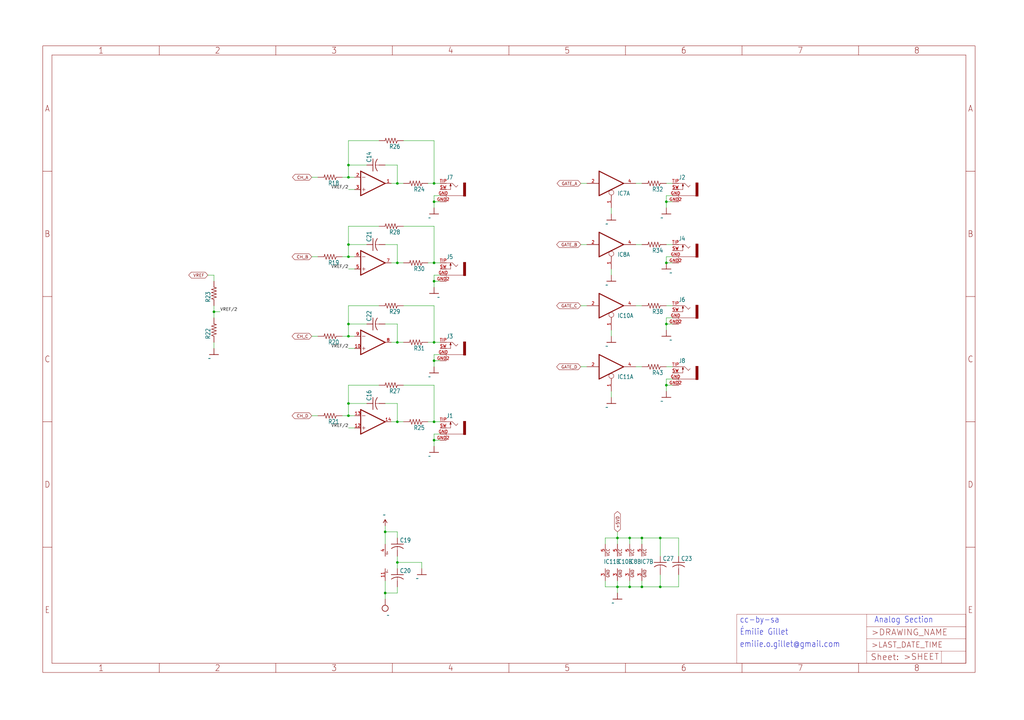
<source format=kicad_sch>
(kicad_sch (version 20211123) (generator eeschema)
  (paper "User" 425.45 299.161)
  (lib_symbols
    (symbol "yarns_v03-eagle-import:741G125DBV"
      (property "Reference" "IC" (at -0.635 -0.635 0))
      (symbol "741G125DBV_1_0"
        (polyline (pts (xy -5.08 -5.08) (xy -5.08 5.08)) (stroke (width 0.4064)))
        (polyline (pts (xy 0 4.826) (xy 0 5.588)) (stroke (width 0.1524)))
        (polyline (pts (xy 5.08 0) (xy -5.08 -5.08)) (stroke (width 0.4064)))
        (polyline (pts (xy 5.08 0) (xy -5.08 5.08)) (stroke (width 0.4064)))
        (circle (center 0 3.81) (radius 1.016) (stroke (width 0.1524)))
        (pin input line (at 0 10.16 270) (length 5.08) (name "OE") (number "1"))
        (pin input line (at -10.16 0 0) (length 5.08) (name "I") (number "2"))
        (pin tri_state line (at 10.16 0 180) (length 5.08) (name "O") (number "4"))
      )
      (symbol "741G125DBV_2_0"
        (text "GND" (at 1.905 -6.35 900) (effects (font (size 1.27 1.0795)) (justify left bottom)))
        (text "VCC" (at 1.905 2.54 900) (effects (font (size 1.27 1.0795)) (justify left bottom)))
        (pin power_in line (at 0 -7.62 90) (length 5.08) (name "GND") (number "3"))
        (pin power_in line (at 0 7.62 270) (length 5.08) (name "VCC") (number "5"))
      )
    )
    (symbol "yarns_v03-eagle-import:A3L-LOC"
      (symbol "A3L-LOC_0_0"
        (polyline (pts (xy 0 52.07) (xy 3.81 52.07)))
        (polyline (pts (xy 0 104.14) (xy 3.81 104.14)))
        (polyline (pts (xy 0 156.21) (xy 3.81 156.21)))
        (polyline (pts (xy 0 208.28) (xy 3.81 208.28)))
        (polyline (pts (xy 3.81 3.81) (xy 3.81 256.54)))
        (polyline (pts (xy 48.4188 0) (xy 48.4188 3.81)))
        (polyline (pts (xy 48.4188 256.54) (xy 48.4188 260.35)))
        (polyline (pts (xy 96.8375 0) (xy 96.8375 3.81)))
        (polyline (pts (xy 96.8375 256.54) (xy 96.8375 260.35)))
        (polyline (pts (xy 145.2563 0) (xy 145.2563 3.81)))
        (polyline (pts (xy 145.2563 256.54) (xy 145.2563 260.35)))
        (polyline (pts (xy 193.675 0) (xy 193.675 3.81)))
        (polyline (pts (xy 193.675 256.54) (xy 193.675 260.35)))
        (polyline (pts (xy 242.0938 0) (xy 242.0938 3.81)))
        (polyline (pts (xy 242.0938 256.54) (xy 242.0938 260.35)))
        (polyline (pts (xy 290.5125 0) (xy 290.5125 3.81)))
        (polyline (pts (xy 290.5125 256.54) (xy 290.5125 260.35)))
        (polyline (pts (xy 338.9313 0) (xy 338.9313 3.81)))
        (polyline (pts (xy 338.9313 256.54) (xy 338.9313 260.35)))
        (polyline (pts (xy 383.54 3.81) (xy 3.81 3.81)))
        (polyline (pts (xy 383.54 3.81) (xy 383.54 256.54)))
        (polyline (pts (xy 383.54 52.07) (xy 387.35 52.07)))
        (polyline (pts (xy 383.54 104.14) (xy 387.35 104.14)))
        (polyline (pts (xy 383.54 156.21) (xy 387.35 156.21)))
        (polyline (pts (xy 383.54 208.28) (xy 387.35 208.28)))
        (polyline (pts (xy 383.54 256.54) (xy 3.81 256.54)))
        (polyline (pts (xy 0 0) (xy 387.35 0) (xy 387.35 260.35) (xy 0 260.35) (xy 0 0)))
        (text "1" (at 24.2094 1.905 0) (effects (font (size 2.54 2.286))))
        (text "1" (at 24.2094 258.445 0) (effects (font (size 2.54 2.286))))
        (text "2" (at 72.6281 1.905 0) (effects (font (size 2.54 2.286))))
        (text "2" (at 72.6281 258.445 0) (effects (font (size 2.54 2.286))))
        (text "3" (at 121.0469 1.905 0) (effects (font (size 2.54 2.286))))
        (text "3" (at 121.0469 258.445 0) (effects (font (size 2.54 2.286))))
        (text "4" (at 169.4656 1.905 0) (effects (font (size 2.54 2.286))))
        (text "4" (at 169.4656 258.445 0) (effects (font (size 2.54 2.286))))
        (text "5" (at 217.8844 1.905 0) (effects (font (size 2.54 2.286))))
        (text "5" (at 217.8844 258.445 0) (effects (font (size 2.54 2.286))))
        (text "6" (at 266.3031 1.905 0) (effects (font (size 2.54 2.286))))
        (text "6" (at 266.3031 258.445 0) (effects (font (size 2.54 2.286))))
        (text "7" (at 314.7219 1.905 0) (effects (font (size 2.54 2.286))))
        (text "7" (at 314.7219 258.445 0) (effects (font (size 2.54 2.286))))
        (text "8" (at 363.1406 1.905 0) (effects (font (size 2.54 2.286))))
        (text "8" (at 363.1406 258.445 0) (effects (font (size 2.54 2.286))))
        (text "A" (at 1.905 234.315 0) (effects (font (size 2.54 2.286))))
        (text "A" (at 385.445 234.315 0) (effects (font (size 2.54 2.286))))
        (text "B" (at 1.905 182.245 0) (effects (font (size 2.54 2.286))))
        (text "B" (at 385.445 182.245 0) (effects (font (size 2.54 2.286))))
        (text "C" (at 1.905 130.175 0) (effects (font (size 2.54 2.286))))
        (text "C" (at 385.445 130.175 0) (effects (font (size 2.54 2.286))))
        (text "D" (at 1.905 78.105 0) (effects (font (size 2.54 2.286))))
        (text "D" (at 385.445 78.105 0) (effects (font (size 2.54 2.286))))
        (text "E" (at 1.905 26.035 0) (effects (font (size 2.54 2.286))))
        (text "E" (at 385.445 26.035 0) (effects (font (size 2.54 2.286))))
      )
      (symbol "A3L-LOC_1_0"
        (polyline (pts (xy 288.29 3.81) (xy 288.29 24.13)) (stroke (width 0.1016)))
        (polyline (pts (xy 288.29 3.81) (xy 342.265 3.81)) (stroke (width 0.1016)))
        (polyline (pts (xy 288.29 24.13) (xy 342.265 24.13)) (stroke (width 0.1016)))
        (polyline (pts (xy 342.265 3.81) (xy 373.38 3.81)) (stroke (width 0.1016)))
        (polyline (pts (xy 342.265 8.89) (xy 342.265 3.81)) (stroke (width 0.1016)))
        (polyline (pts (xy 342.265 8.89) (xy 342.265 13.97)) (stroke (width 0.1016)))
        (polyline (pts (xy 342.265 13.97) (xy 342.265 19.05)) (stroke (width 0.1016)))
        (polyline (pts (xy 342.265 13.97) (xy 383.54 13.97)) (stroke (width 0.1016)))
        (polyline (pts (xy 342.265 19.05) (xy 342.265 24.13)) (stroke (width 0.1016)))
        (polyline (pts (xy 342.265 19.05) (xy 383.54 19.05)) (stroke (width 0.1016)))
        (polyline (pts (xy 342.265 24.13) (xy 383.54 24.13)) (stroke (width 0.1016)))
        (polyline (pts (xy 373.38 3.81) (xy 373.38 8.89)) (stroke (width 0.1016)))
        (polyline (pts (xy 373.38 3.81) (xy 383.54 3.81)) (stroke (width 0.1016)))
        (polyline (pts (xy 373.38 8.89) (xy 342.265 8.89)) (stroke (width 0.1016)))
        (polyline (pts (xy 373.38 8.89) (xy 383.54 8.89)) (stroke (width 0.1016)))
        (polyline (pts (xy 383.54 3.81) (xy 383.54 8.89)) (stroke (width 0.1016)))
        (polyline (pts (xy 383.54 8.89) (xy 383.54 13.97)) (stroke (width 0.1016)))
        (polyline (pts (xy 383.54 13.97) (xy 383.54 19.05)) (stroke (width 0.1016)))
        (polyline (pts (xy 383.54 19.05) (xy 383.54 24.13)) (stroke (width 0.1016)))
        (text ">DRAWING_NAME" (at 344.17 15.24 0) (effects (font (size 2.54 2.54)) (justify left bottom)))
        (text ">LAST_DATE_TIME" (at 344.17 10.16 0) (effects (font (size 2.286 2.286)) (justify left bottom)))
        (text ">SHEET" (at 357.505 5.08 0) (effects (font (size 2.54 2.54)) (justify left bottom)))
        (text "Sheet:" (at 343.916 4.953 0) (effects (font (size 2.54 2.54)) (justify left bottom)))
      )
    )
    (symbol "yarns_v03-eagle-import:C-USC0603"
      (property "Reference" "C" (at 1.016 0.635 0))
      (property "Value" "C-USC0603" (at 1.016 -4.191 0))
      (symbol "C-USC0603_1_0"
        (arc (start 0 -1.0161) (mid -1.302 -1.2303) (end -2.4668 -1.8504) (stroke (width 0.254)))
        (polyline (pts (xy -2.54 0) (xy 2.54 0)) (stroke (width 0.254)))
        (polyline (pts (xy 0 -1.016) (xy 0 -2.54)) (stroke (width 0.1524)))
        (arc (start 2.4892 -1.8542) (mid 1.3158 -1.2195) (end 0 -1) (stroke (width 0.254)))
        (pin passive line (at 0 2.54 270) (length 2.54) (name "1") (number "1"))
        (pin passive line (at 0 -5.08 90) (length 2.54) (name "2") (number "2"))
      )
    )
    (symbol "yarns_v03-eagle-import:GND" (power)
      (property "Value" "GND" (at -2.54 -2.54 0))
      (symbol "GND_1_0"
        (polyline (pts (xy -1.905 0) (xy 1.905 0)) (stroke (width 0.254)))
        (pin power_in line (at 0 2.54 270) (length 2.54) (name "GND") (number "1"))
      )
    )
    (symbol "yarns_v03-eagle-import:PJ301WQP"
      (property "Reference" "J" (at -2.54 4.064 0))
      (symbol "PJ301WQP_1_0"
        (polyline (pts (xy -2.54 -5.08) (xy -2.54 -2.54)) (stroke (width 0.127)))
        (polyline (pts (xy -2.54 -2.54) (xy 4.572 -2.54)) (stroke (width 0.1524)))
        (polyline (pts (xy -2.54 0) (xy -0.762 0)) (stroke (width 0.1524)))
        (polyline (pts (xy -2.54 2.54) (xy 0 2.54)) (stroke (width 0.1524)))
        (polyline (pts (xy -1.016 1.524) (xy -0.508 1.524)) (stroke (width 0.254)))
        (polyline (pts (xy -0.762 0) (xy -0.762 2.286)) (stroke (width 0.1524)))
        (polyline (pts (xy -0.762 2.286) (xy -1.016 1.524)) (stroke (width 0.254)))
        (polyline (pts (xy -0.508 1.524) (xy -0.762 2.286)) (stroke (width 0.254)))
        (polyline (pts (xy 0 2.54) (xy 1.524 1.016)) (stroke (width 0.1524)))
        (polyline (pts (xy 1.524 1.016) (xy 2.286 1.778)) (stroke (width 0.1524)))
        (rectangle (start 4.572 2.794) (end 5.588 -2.794) (fill (type outline)))
        (pin passive line (at -5.08 -2.54 0) (length 2.54) (name "1") (number "GND"))
        (pin passive line (at -5.08 -5.08 0) (length 2.54) (name "4") (number "GND2"))
        (pin passive line (at -5.08 0 0) (length 2.54) (name "3") (number "SW"))
        (pin passive line (at -5.08 2.54 0) (length 2.54) (name "2") (number "TIP"))
      )
    )
    (symbol "yarns_v03-eagle-import:R-US_R0603"
      (property "Reference" "R" (at -3.81 1.4986 0))
      (property "Value" "R-US_R0603" (at -3.81 -3.302 0))
      (symbol "R-US_R0603_1_0"
        (polyline (pts (xy -2.54 0) (xy -2.159 1.016)) (stroke (width 0.2032)))
        (polyline (pts (xy -2.159 1.016) (xy -1.524 -1.016)) (stroke (width 0.2032)))
        (polyline (pts (xy -1.524 -1.016) (xy -0.889 1.016)) (stroke (width 0.2032)))
        (polyline (pts (xy -0.889 1.016) (xy -0.254 -1.016)) (stroke (width 0.2032)))
        (polyline (pts (xy -0.254 -1.016) (xy 0.381 1.016)) (stroke (width 0.2032)))
        (polyline (pts (xy 0.381 1.016) (xy 1.016 -1.016)) (stroke (width 0.2032)))
        (polyline (pts (xy 1.016 -1.016) (xy 1.651 1.016)) (stroke (width 0.2032)))
        (polyline (pts (xy 1.651 1.016) (xy 2.286 -1.016)) (stroke (width 0.2032)))
        (polyline (pts (xy 2.286 -1.016) (xy 2.54 0)) (stroke (width 0.2032)))
        (pin passive line (at -5.08 0 0) (length 2.54) (name "1") (number "1"))
        (pin passive line (at 5.08 0 180) (length 2.54) (name "2") (number "2"))
      )
    )
    (symbol "yarns_v03-eagle-import:TL074D"
      (symbol "TL074D_1_0"
        (polyline (pts (xy -5.08 -5.08) (xy 5.08 0)) (stroke (width 0.4064)))
        (polyline (pts (xy -5.08 5.08) (xy -5.08 -5.08)) (stroke (width 0.4064)))
        (polyline (pts (xy -4.445 -2.54) (xy -3.175 -2.54)) (stroke (width 0.1524)))
        (polyline (pts (xy -4.445 2.54) (xy -3.175 2.54)) (stroke (width 0.1524)))
        (polyline (pts (xy -3.81 3.175) (xy -3.81 1.905)) (stroke (width 0.1524)))
        (polyline (pts (xy 5.08 0) (xy -5.08 5.08)) (stroke (width 0.4064)))
        (pin output line (at 7.62 0 180) (length 2.54) (name "OUT") (number "1"))
        (pin input line (at -7.62 -2.54 0) (length 2.54) (name "-IN") (number "2"))
        (pin input line (at -7.62 2.54 0) (length 2.54) (name "+IN") (number "3"))
      )
      (symbol "TL074D_2_0"
        (polyline (pts (xy -5.08 -5.08) (xy 5.08 0)) (stroke (width 0.4064)))
        (polyline (pts (xy -5.08 5.08) (xy -5.08 -5.08)) (stroke (width 0.4064)))
        (polyline (pts (xy -4.445 -2.54) (xy -3.175 -2.54)) (stroke (width 0.1524)))
        (polyline (pts (xy -4.445 2.54) (xy -3.175 2.54)) (stroke (width 0.1524)))
        (polyline (pts (xy -3.81 3.175) (xy -3.81 1.905)) (stroke (width 0.1524)))
        (polyline (pts (xy 5.08 0) (xy -5.08 5.08)) (stroke (width 0.4064)))
        (pin input line (at -7.62 2.54 0) (length 2.54) (name "+IN") (number "5"))
        (pin input line (at -7.62 -2.54 0) (length 2.54) (name "-IN") (number "6"))
        (pin output line (at 7.62 0 180) (length 2.54) (name "OUT") (number "7"))
      )
      (symbol "TL074D_3_0"
        (polyline (pts (xy -5.08 -5.08) (xy 5.08 0)) (stroke (width 0.4064)))
        (polyline (pts (xy -5.08 5.08) (xy -5.08 -5.08)) (stroke (width 0.4064)))
        (polyline (pts (xy -4.445 -2.54) (xy -3.175 -2.54)) (stroke (width 0.1524)))
        (polyline (pts (xy -4.445 2.54) (xy -3.175 2.54)) (stroke (width 0.1524)))
        (polyline (pts (xy -3.81 3.175) (xy -3.81 1.905)) (stroke (width 0.1524)))
        (polyline (pts (xy 5.08 0) (xy -5.08 5.08)) (stroke (width 0.4064)))
        (pin input line (at -7.62 2.54 0) (length 2.54) (name "+IN") (number "10"))
        (pin output line (at 7.62 0 180) (length 2.54) (name "OUT") (number "8"))
        (pin input line (at -7.62 -2.54 0) (length 2.54) (name "-IN") (number "9"))
      )
      (symbol "TL074D_4_0"
        (polyline (pts (xy -5.08 -5.08) (xy 5.08 0)) (stroke (width 0.4064)))
        (polyline (pts (xy -5.08 5.08) (xy -5.08 -5.08)) (stroke (width 0.4064)))
        (polyline (pts (xy -4.445 -2.54) (xy -3.175 -2.54)) (stroke (width 0.1524)))
        (polyline (pts (xy -4.445 2.54) (xy -3.175 2.54)) (stroke (width 0.1524)))
        (polyline (pts (xy -3.81 3.175) (xy -3.81 1.905)) (stroke (width 0.1524)))
        (polyline (pts (xy 5.08 0) (xy -5.08 5.08)) (stroke (width 0.4064)))
        (pin input line (at -7.62 2.54 0) (length 2.54) (name "+IN") (number "12"))
        (pin input line (at -7.62 -2.54 0) (length 2.54) (name "-IN") (number "13"))
        (pin output line (at 7.62 0 180) (length 2.54) (name "OUT") (number "14"))
      )
      (symbol "TL074D_5_0"
        (text "V+" (at 1.27 3.175 900) (effects (font (size 0.8128 0.6908)) (justify left bottom)))
        (text "V-" (at 1.27 -4.445 900) (effects (font (size 0.8128 0.6908)) (justify left bottom)))
        (pin power_in line (at 0 -7.62 90) (length 5.08) (name "V-") (number "11"))
        (pin power_in line (at 0 7.62 270) (length 5.08) (name "V+") (number "4"))
      )
    )
    (symbol "yarns_v03-eagle-import:VCC" (power)
      (property "Value" "VCC" (at -1.016 3.556 0))
      (symbol "VCC_1_0"
        (polyline (pts (xy 0 2.54) (xy -0.762 1.27)) (stroke (width 0.254)))
        (polyline (pts (xy 0.762 1.27) (xy 0 2.54)) (stroke (width 0.254)))
        (pin power_in line (at 0 0 90) (length 2.54) (name "VCC") (number "1"))
      )
    )
    (symbol "yarns_v03-eagle-import:VEE" (power)
      (property "Value" "VEE" (at -1.905 3.175 0))
      (symbol "VEE_1_0"
        (circle (center 0 1.27) (radius 1.27) (stroke (width 0.254)))
        (pin power_in line (at 0 -2.54 90) (length 2.54) (name "VEE") (number "1"))
      )
    )
  )
  (junction (at 165.1 142.24))
  (junction (at 266.7 243.84))
  (junction (at 276.86 83.82))
  (junction (at 144.78 172.72))
  (junction (at 144.78 101.6))
  (junction (at 144.78 134.62))
  (junction (at 180.34 109.22))
  (junction (at 180.34 182.88))
  (junction (at 180.34 83.82))
  (junction (at 180.34 116.84))
  (junction (at 256.54 243.84))
  (junction (at 276.86 109.22))
  (junction (at 88.9 129.54))
  (junction (at 180.34 142.24))
  (junction (at 180.34 76.2))
  (junction (at 165.1 233.68))
  (junction (at 261.62 243.84))
  (junction (at 261.62 223.52))
  (junction (at 144.78 139.7))
  (junction (at 256.54 223.52))
  (junction (at 165.1 175.26))
  (junction (at 180.34 175.26))
  (junction (at 266.7 223.52))
  (junction (at 276.86 160.02))
  (junction (at 165.1 109.22))
  (junction (at 180.34 149.86))
  (junction (at 144.78 167.64))
  (junction (at 165.1 76.2))
  (junction (at 276.86 134.62))
  (junction (at 144.78 106.68))
  (junction (at 144.78 68.58))
  (junction (at 144.78 73.66))
  (junction (at 160.02 220.98))
  (junction (at 274.32 223.52))
  (junction (at 274.32 243.84))
  (junction (at 160.02 246.38))
  (wire (pts (xy 165.1 233.68) (xy 165.1 236.22)))
  (wire (pts (xy 144.78 167.64) (xy 144.78 160.02)))
  (wire (pts (xy 276.86 160.02) (xy 279.4 160.02)))
  (wire (pts (xy 180.34 175.26) (xy 182.88 175.26)))
  (wire (pts (xy 266.7 243.84) (xy 274.32 243.84)))
  (wire (pts (xy 182.88 147.32) (xy 180.34 147.32)))
  (wire (pts (xy 144.78 172.72) (xy 144.78 167.64)))
  (wire (pts (xy 241.3 101.6) (xy 243.84 101.6)))
  (wire (pts (xy 279.4 106.68) (xy 276.86 106.68)))
  (wire (pts (xy 88.9 129.54) (xy 91.44 129.54)))
  (wire (pts (xy 147.32 177.8) (xy 144.78 177.8)))
  (wire (pts (xy 129.54 106.68) (xy 132.08 106.68)))
  (wire (pts (xy 132.08 139.7) (xy 129.54 139.7)))
  (wire (pts (xy 254 162.56) (xy 254 165.1)))
  (wire (pts (xy 274.32 238.76) (xy 274.32 243.84)))
  (wire (pts (xy 276.86 152.4) (xy 279.4 152.4)))
  (wire (pts (xy 254 86.36) (xy 254 88.9)))
  (wire (pts (xy 180.34 81.28) (xy 180.34 83.82)))
  (wire (pts (xy 180.34 109.22) (xy 182.88 109.22)))
  (wire (pts (xy 279.4 132.08) (xy 276.86 132.08)))
  (wire (pts (xy 167.64 127) (xy 180.34 127)))
  (wire (pts (xy 256.54 243.84) (xy 256.54 246.38)))
  (wire (pts (xy 144.78 73.66) (xy 144.78 68.58)))
  (wire (pts (xy 144.78 73.66) (xy 142.24 73.66)))
  (wire (pts (xy 147.32 139.7) (xy 144.78 139.7)))
  (wire (pts (xy 144.78 106.68) (xy 144.78 101.6)))
  (wire (pts (xy 180.34 83.82) (xy 182.88 83.82)))
  (wire (pts (xy 165.1 142.24) (xy 167.64 142.24)))
  (wire (pts (xy 256.54 223.52) (xy 261.62 223.52)))
  (wire (pts (xy 157.48 58.42) (xy 144.78 58.42)))
  (wire (pts (xy 165.1 233.68) (xy 175.26 233.68)))
  (wire (pts (xy 182.88 180.34) (xy 180.34 180.34)))
  (wire (pts (xy 254 137.16) (xy 254 139.7)))
  (wire (pts (xy 180.34 83.82) (xy 180.34 86.36)))
  (wire (pts (xy 144.78 127) (xy 157.48 127)))
  (wire (pts (xy 165.1 68.58) (xy 165.1 76.2)))
  (wire (pts (xy 160.02 241.3) (xy 160.02 246.38)))
  (wire (pts (xy 274.32 223.52) (xy 281.94 223.52)))
  (wire (pts (xy 182.88 81.28) (xy 180.34 81.28)))
  (wire (pts (xy 256.54 243.84) (xy 261.62 243.84)))
  (wire (pts (xy 160.02 246.38) (xy 165.1 246.38)))
  (wire (pts (xy 165.1 134.62) (xy 165.1 142.24)))
  (wire (pts (xy 152.4 101.6) (xy 144.78 101.6)))
  (wire (pts (xy 254 111.76) (xy 254 114.3)))
  (wire (pts (xy 142.24 172.72) (xy 144.78 172.72)))
  (wire (pts (xy 88.9 127) (xy 88.9 129.54)))
  (wire (pts (xy 241.3 152.4) (xy 243.84 152.4)))
  (wire (pts (xy 243.84 76.2) (xy 241.3 76.2)))
  (wire (pts (xy 281.94 223.52) (xy 281.94 231.14)))
  (wire (pts (xy 162.56 76.2) (xy 165.1 76.2)))
  (wire (pts (xy 264.16 101.6) (xy 266.7 101.6)))
  (wire (pts (xy 264.16 76.2) (xy 266.7 76.2)))
  (wire (pts (xy 180.34 76.2) (xy 177.8 76.2)))
  (wire (pts (xy 276.86 83.82) (xy 276.86 86.36)))
  (wire (pts (xy 261.62 243.84) (xy 266.7 243.84)))
  (wire (pts (xy 180.34 127) (xy 180.34 142.24)))
  (wire (pts (xy 165.1 246.38) (xy 165.1 243.84)))
  (wire (pts (xy 180.34 175.26) (xy 177.8 175.26)))
  (wire (pts (xy 241.3 127) (xy 243.84 127)))
  (wire (pts (xy 256.54 241.3) (xy 256.54 243.84)))
  (wire (pts (xy 264.16 152.4) (xy 266.7 152.4)))
  (wire (pts (xy 180.34 147.32) (xy 180.34 149.86)))
  (wire (pts (xy 261.62 223.52) (xy 266.7 223.52)))
  (wire (pts (xy 160.02 226.06) (xy 160.02 220.98)))
  (wire (pts (xy 251.46 226.06) (xy 251.46 223.52)))
  (wire (pts (xy 152.4 68.58) (xy 144.78 68.58)))
  (wire (pts (xy 256.54 243.84) (xy 251.46 243.84)))
  (wire (pts (xy 274.32 231.14) (xy 274.32 223.52)))
  (wire (pts (xy 180.34 149.86) (xy 180.34 152.4)))
  (wire (pts (xy 160.02 134.62) (xy 165.1 134.62)))
  (wire (pts (xy 144.78 93.98) (xy 157.48 93.98)))
  (wire (pts (xy 256.54 226.06) (xy 256.54 223.52)))
  (wire (pts (xy 88.9 114.3) (xy 86.36 114.3)))
  (wire (pts (xy 162.56 142.24) (xy 165.1 142.24)))
  (wire (pts (xy 264.16 127) (xy 266.7 127)))
  (wire (pts (xy 144.78 134.62) (xy 144.78 127)))
  (wire (pts (xy 165.1 175.26) (xy 167.64 175.26)))
  (wire (pts (xy 276.86 81.28) (xy 276.86 83.82)))
  (wire (pts (xy 165.1 167.64) (xy 165.1 175.26)))
  (wire (pts (xy 182.88 114.3) (xy 180.34 114.3)))
  (wire (pts (xy 251.46 223.52) (xy 256.54 223.52)))
  (wire (pts (xy 162.56 109.22) (xy 165.1 109.22)))
  (wire (pts (xy 180.34 182.88) (xy 180.34 185.42)))
  (wire (pts (xy 266.7 243.84) (xy 266.7 241.3)))
  (wire (pts (xy 147.32 73.66) (xy 144.78 73.66)))
  (wire (pts (xy 276.86 160.02) (xy 276.86 162.56)))
  (wire (pts (xy 147.32 78.74) (xy 144.78 78.74)))
  (wire (pts (xy 256.54 223.52) (xy 256.54 220.98)))
  (wire (pts (xy 167.64 93.98) (xy 180.34 93.98)))
  (wire (pts (xy 180.34 149.86) (xy 182.88 149.86)))
  (wire (pts (xy 142.24 106.68) (xy 144.78 106.68)))
  (wire (pts (xy 160.02 68.58) (xy 165.1 68.58)))
  (wire (pts (xy 165.1 220.98) (xy 165.1 223.52)))
  (wire (pts (xy 180.34 142.24) (xy 177.8 142.24)))
  (wire (pts (xy 132.08 73.66) (xy 129.54 73.66)))
  (wire (pts (xy 276.86 127) (xy 279.4 127)))
  (wire (pts (xy 175.26 233.68) (xy 175.26 236.22)))
  (wire (pts (xy 88.9 116.84) (xy 88.9 114.3)))
  (wire (pts (xy 279.4 157.48) (xy 276.86 157.48)))
  (wire (pts (xy 251.46 243.84) (xy 251.46 241.3)))
  (wire (pts (xy 160.02 167.64) (xy 165.1 167.64)))
  (wire (pts (xy 167.64 58.42) (xy 180.34 58.42)))
  (wire (pts (xy 88.9 129.54) (xy 88.9 132.08)))
  (wire (pts (xy 279.4 81.28) (xy 276.86 81.28)))
  (wire (pts (xy 180.34 180.34) (xy 180.34 182.88)))
  (wire (pts (xy 147.32 106.68) (xy 144.78 106.68)))
  (wire (pts (xy 261.62 226.06) (xy 261.62 223.52)))
  (wire (pts (xy 147.32 172.72) (xy 144.78 172.72)))
  (wire (pts (xy 162.56 175.26) (xy 165.1 175.26)))
  (wire (pts (xy 152.4 167.64) (xy 144.78 167.64)))
  (wire (pts (xy 180.34 160.02) (xy 180.34 175.26)))
  (wire (pts (xy 279.4 109.22) (xy 276.86 109.22)))
  (wire (pts (xy 279.4 134.62) (xy 276.86 134.62)))
  (wire (pts (xy 276.86 157.48) (xy 276.86 160.02)))
  (wire (pts (xy 165.1 76.2) (xy 167.64 76.2)))
  (wire (pts (xy 144.78 160.02) (xy 157.48 160.02)))
  (wire (pts (xy 147.32 111.76) (xy 144.78 111.76)))
  (wire (pts (xy 279.4 76.2) (xy 276.86 76.2)))
  (wire (pts (xy 152.4 134.62) (xy 144.78 134.62)))
  (wire (pts (xy 279.4 83.82) (xy 276.86 83.82)))
  (wire (pts (xy 279.4 101.6) (xy 276.86 101.6)))
  (wire (pts (xy 160.02 101.6) (xy 165.1 101.6)))
  (wire (pts (xy 88.9 142.24) (xy 88.9 144.78)))
  (wire (pts (xy 182.88 116.84) (xy 180.34 116.84)))
  (wire (pts (xy 266.7 223.52) (xy 266.7 226.06)))
  (wire (pts (xy 180.34 142.24) (xy 182.88 142.24)))
  (wire (pts (xy 276.86 106.68) (xy 276.86 109.22)))
  (wire (pts (xy 160.02 220.98) (xy 160.02 218.44)))
  (wire (pts (xy 180.34 116.84) (xy 180.34 119.38)))
  (wire (pts (xy 261.62 241.3) (xy 261.62 243.84)))
  (wire (pts (xy 274.32 243.84) (xy 281.94 243.84)))
  (wire (pts (xy 180.34 58.42) (xy 180.34 76.2)))
  (wire (pts (xy 144.78 101.6) (xy 144.78 93.98)))
  (wire (pts (xy 142.24 139.7) (xy 144.78 139.7)))
  (wire (pts (xy 276.86 132.08) (xy 276.86 134.62)))
  (wire (pts (xy 165.1 231.14) (xy 165.1 233.68)))
  (wire (pts (xy 180.34 76.2) (xy 182.88 76.2)))
  (wire (pts (xy 180.34 182.88) (xy 182.88 182.88)))
  (wire (pts (xy 144.78 68.58) (xy 144.78 58.42)))
  (wire (pts (xy 165.1 101.6) (xy 165.1 109.22)))
  (wire (pts (xy 180.34 93.98) (xy 180.34 109.22)))
  (wire (pts (xy 276.86 134.62) (xy 276.86 137.16)))
  (wire (pts (xy 160.02 246.38) (xy 160.02 248.92)))
  (wire (pts (xy 165.1 109.22) (xy 167.64 109.22)))
  (wire (pts (xy 180.34 114.3) (xy 180.34 116.84)))
  (wire (pts (xy 147.32 144.78) (xy 144.78 144.78)))
  (wire (pts (xy 266.7 223.52) (xy 274.32 223.52)))
  (wire (pts (xy 144.78 139.7) (xy 144.78 134.62)))
  (wire (pts (xy 132.08 172.72) (xy 129.54 172.72)))
  (wire (pts (xy 180.34 109.22) (xy 177.8 109.22)))
  (wire (pts (xy 167.64 160.02) (xy 180.34 160.02)))
  (wire (pts (xy 160.02 220.98) (xy 165.1 220.98)))
  (wire (pts (xy 281.94 243.84) (xy 281.94 238.76)))
  (text "Analog Section" (at 363.22 259.08 180) (effects (font (size 2.54 2.159)) (justify left bottom)))
  (text "cc-by-sa" (at 307.34 259.08 180) (effects (font (size 2.54 2.159)) (justify left bottom)))
  (text "emilie.o.gillet@gmail.com" (at 307.34 269.24 180) (effects (font (size 2.54 2.159)) (justify left bottom)))
  (text "Émilie Gillet" (at 307.34 264.16 180) (effects (font (size 2.54 2.159)) (justify left bottom)))
  (label "VREF/2" (at 144.78 144.78 180) (effects (font (size 1.2446 1.2446))))
  (label "VREF/2" (at 144.78 177.8 180) (effects (font (size 1.2446 1.2446))))
  (label "VREF/2" (at 144.78 78.74 180) (effects (font (size 1.2446 1.2446))))
  (label "VREF/2" (at 144.78 111.76 180) (effects (font (size 1.2446 1.2446))))
  (label "VREF/2" (at 91.44 129.54 0) (effects (font (size 1.2446 1.2446))))
  (global_label "GATE_B" (shape bidirectional) (at 241.3 101.6 180) (effects (font (size 1.2446 1.2446))) (property "Intersheet References" "${INTERSHEET_REFS}" (effects hide)))
  (global_label "CH_C" (shape bidirectional) (at 129.54 139.7 180) (effects (font (size 1.2446 1.2446))) (property "Intersheet References" "${INTERSHEET_REFS}" (effects hide)))
  (global_label "GATE_A" (shape bidirectional) (at 241.3 76.2 180) (effects (font (size 1.2446 1.2446))) (property "Intersheet References" "${INTERSHEET_REFS}" (effects hide)))
  (global_label "GATE_D" (shape bidirectional) (at 241.3 152.4 180) (effects (font (size 1.2446 1.2446))) (property "Intersheet References" "${INTERSHEET_REFS}" (effects hide)))
  (global_label "+5VD" (shape bidirectional) (at 256.54 220.98 90) (effects (font (size 1.2446 1.2446))) (property "Intersheet References" "${INTERSHEET_REFS}" (effects hide)))
  (global_label "CH_A" (shape bidirectional) (at 129.54 73.66 180) (effects (font (size 1.2446 1.2446))) (property "Intersheet References" "${INTERSHEET_REFS}" (effects hide)))
  (global_label "GATE_C" (shape bidirectional) (at 241.3 127 180) (effects (font (size 1.2446 1.2446))) (property "Intersheet References" "${INTERSHEET_REFS}" (effects hide)))
  (global_label "CH_B" (shape bidirectional) (at 129.54 106.68 180) (effects (font (size 1.2446 1.2446))) (property "Intersheet References" "${INTERSHEET_REFS}" (effects hide)))
  (global_label "CH_D" (shape bidirectional) (at 129.54 172.72 180) (effects (font (size 1.2446 1.2446))) (property "Intersheet References" "${INTERSHEET_REFS}" (effects hide)))
  (global_label "VREF" (shape bidirectional) (at 86.36 114.3 180) (effects (font (size 1.2446 1.2446))) (property "Intersheet References" "${INTERSHEET_REFS}" (effects hide)))
  (symbol (lib_id "yarns_v03-eagle-import:C-USC0603") (at 154.94 167.64 90) (unit 1)
    (property "Reference" "C16" (at 154.305 166.624 0) (effects (font (size 1.778 1.5113)) (justify left bottom)))
  )
  (symbol (lib_id "yarns_v03-eagle-import:GND") (at 88.9 147.32 0) (unit 1)
    (property "Reference" "#GND42" (effects hide))
  )
  (symbol (lib_id "yarns_v03-eagle-import:GND") (at 180.34 154.94 0) (unit 1)
    (property "Reference" "#GND33" (effects hide))
  )
  (symbol (lib_id "yarns_v03-eagle-import:GND") (at 254 167.64 0) (unit 1)
    (property "Reference" "#GND22" (effects hide))
  )
  (symbol (lib_id "yarns_v03-eagle-import:GND") (at 254 116.84 0) (unit 1)
    (property "Reference" "#GND20" (effects hide))
  )
  (symbol (lib_id "yarns_v03-eagle-import:GND") (at 180.34 88.9 0) (unit 1)
    (property "Reference" "#GND32" (effects hide))
  )
  (symbol (lib_id "yarns_v03-eagle-import:TL074D") (at 154.94 175.26 0) (mirror x) (unit 4)
    (property "Reference" "IC6" (effects hide))
  )
  (symbol (lib_id "yarns_v03-eagle-import:A3L-LOC") (at 17.78 279.4 0) (unit 1)
    (property "Reference" "#FRAME3" (effects hide))
  )
  (symbol (lib_id "yarns_v03-eagle-import:R-US_R0603") (at 172.72 142.24 180) (unit 1)
    (property "Reference" "R31" (at 176.53 143.7386 0) (effects (font (size 1.778 1.5113)) (justify left bottom)))
  )
  (symbol (lib_id "yarns_v03-eagle-import:741G125DBV") (at 254 101.6 0) (mirror x) (unit 1)
    (property "Reference" "IC8" (at 256.54 104.775 0) (effects (font (size 1.778 1.5113)) (justify left bottom)))
  )
  (symbol (lib_id "yarns_v03-eagle-import:741G125DBV") (at 256.54 233.68 0) (unit 2)
    (property "Reference" "IC10" (at 255.905 234.315 0) (effects (font (size 1.778 1.5113)) (justify left bottom)))
  )
  (symbol (lib_id "yarns_v03-eagle-import:GND") (at 180.34 187.96 0) (unit 1)
    (property "Reference" "#GND25" (effects hide))
  )
  (symbol (lib_id "yarns_v03-eagle-import:R-US_R0603") (at 172.72 109.22 180) (unit 1)
    (property "Reference" "R30" (at 176.53 110.7186 0) (effects (font (size 1.778 1.5113)) (justify left bottom)))
  )
  (symbol (lib_id "yarns_v03-eagle-import:GND") (at 180.34 121.92 0) (mirror y) (unit 1)
    (property "Reference" "#GND14" (effects hide))
  )
  (symbol (lib_id "yarns_v03-eagle-import:GND") (at 256.54 248.92 0) (unit 1)
    (property "Reference" "#GND28" (effects hide))
  )
  (symbol (lib_id "yarns_v03-eagle-import:VEE") (at 160.02 251.46 180) (unit 1)
    (property "Reference" "#SUPPLY1" (effects hide))
  )
  (symbol (lib_id "yarns_v03-eagle-import:C-USC0603") (at 165.1 226.06 0) (unit 1)
    (property "Reference" "C19" (at 166.116 225.425 0) (effects (font (size 1.778 1.5113)) (justify left bottom)))
  )
  (symbol (lib_id "yarns_v03-eagle-import:R-US_R0603") (at 137.16 172.72 180) (unit 1)
    (property "Reference" "R21" (at 140.97 174.2186 0) (effects (font (size 1.778 1.5113)) (justify left bottom)))
  )
  (symbol (lib_id "yarns_v03-eagle-import:R-US_R0603") (at 137.16 139.7 180) (unit 1)
    (property "Reference" "R20" (at 140.97 141.1986 0) (effects (font (size 1.778 1.5113)) (justify left bottom)))
  )
  (symbol (lib_id "yarns_v03-eagle-import:GND") (at 276.86 165.1 0) (unit 1)
    (property "Reference" "#GND27" (effects hide))
  )
  (symbol (lib_id "yarns_v03-eagle-import:GND") (at 254 91.44 0) (unit 1)
    (property "Reference" "#GND19" (effects hide))
  )
  (symbol (lib_id "yarns_v03-eagle-import:PJ301WQP") (at 187.96 111.76 0) (unit 1)
    (property "Reference" "J5" (at 185.42 107.696 0) (effects (font (size 1.778 1.5113)) (justify left bottom)))
  )
  (symbol (lib_id "yarns_v03-eagle-import:PJ301WQP") (at 284.48 129.54 0) (unit 1)
    (property "Reference" "J6" (at 281.94 125.476 0) (effects (font (size 1.778 1.5113)) (justify left bottom)))
  )
  (symbol (lib_id "yarns_v03-eagle-import:TL074D") (at 160.02 233.68 0) (unit 5)
    (property "Reference" "IC6" (effects hide))
  )
  (symbol (lib_id "yarns_v03-eagle-import:TL074D") (at 154.94 109.22 0) (mirror x) (unit 2)
    (property "Reference" "IC6" (effects hide))
  )
  (symbol (lib_id "yarns_v03-eagle-import:VCC") (at 160.02 218.44 0) (unit 1)
    (property "Reference" "#P+9" (effects hide))
  )
  (symbol (lib_id "yarns_v03-eagle-import:GND") (at 276.86 111.76 0) (mirror y) (unit 1)
    (property "Reference" "#GND18" (effects hide))
  )
  (symbol (lib_id "yarns_v03-eagle-import:R-US_R0603") (at 271.78 127 180) (unit 1)
    (property "Reference" "R38" (at 275.59 128.4986 0) (effects (font (size 1.778 1.5113)) (justify left bottom)))
  )
  (symbol (lib_id "yarns_v03-eagle-import:741G125DBV") (at 251.46 233.68 0) (unit 2)
    (property "Reference" "IC11" (at 250.825 234.315 0) (effects (font (size 1.778 1.5113)) (justify left bottom)))
  )
  (symbol (lib_id "yarns_v03-eagle-import:C-USC0603") (at 154.94 68.58 90) (unit 1)
    (property "Reference" "C14" (at 154.305 67.564 0) (effects (font (size 1.778 1.5113)) (justify left bottom)))
  )
  (symbol (lib_id "yarns_v03-eagle-import:R-US_R0603") (at 271.78 101.6 180) (unit 1)
    (property "Reference" "R34" (at 275.59 103.0986 0) (effects (font (size 1.778 1.5113)) (justify left bottom)))
  )
  (symbol (lib_id "yarns_v03-eagle-import:R-US_R0603") (at 162.56 127 180) (unit 1)
    (property "Reference" "R29" (at 166.37 128.4986 0) (effects (font (size 1.778 1.5113)) (justify left bottom)))
  )
  (symbol (lib_id "yarns_v03-eagle-import:R-US_R0603") (at 172.72 76.2 180) (unit 1)
    (property "Reference" "R24" (at 176.53 77.6986 0) (effects (font (size 1.778 1.5113)) (justify left bottom)))
  )
  (symbol (lib_id "yarns_v03-eagle-import:PJ301WQP") (at 284.48 78.74 0) (unit 1)
    (property "Reference" "J2" (at 281.94 74.676 0) (effects (font (size 1.778 1.5113)) (justify left bottom)))
  )
  (symbol (lib_id "yarns_v03-eagle-import:C-USC0603") (at 154.94 134.62 90) (unit 1)
    (property "Reference" "C22" (at 154.305 133.604 0) (effects (font (size 1.778 1.5113)) (justify left bottom)))
  )
  (symbol (lib_id "yarns_v03-eagle-import:R-US_R0603") (at 162.56 58.42 180) (unit 1)
    (property "Reference" "R26" (at 166.37 59.9186 0) (effects (font (size 1.778 1.5113)) (justify left bottom)))
  )
  (symbol (lib_id "yarns_v03-eagle-import:R-US_R0603") (at 271.78 152.4 180) (unit 1)
    (property "Reference" "R43" (at 275.59 153.8986 0) (effects (font (size 1.778 1.5113)) (justify left bottom)))
  )
  (symbol (lib_id "yarns_v03-eagle-import:741G125DBV") (at 261.62 233.68 0) (unit 2)
    (property "Reference" "IC8" (at 260.985 234.315 0) (effects (font (size 1.778 1.5113)) (justify left bottom)))
  )
  (symbol (lib_id "yarns_v03-eagle-import:GND") (at 276.86 139.7 0) (mirror y) (unit 1)
    (property "Reference" "#GND16" (effects hide))
  )
  (symbol (lib_id "yarns_v03-eagle-import:741G125DBV") (at 254 127 0) (mirror x) (unit 1)
    (property "Reference" "IC10" (at 256.54 130.175 0) (effects (font (size 1.778 1.5113)) (justify left bottom)))
  )
  (symbol (lib_id "yarns_v03-eagle-import:GND") (at 254 142.24 0) (unit 1)
    (property "Reference" "#GND21" (effects hide))
  )
  (symbol (lib_id "yarns_v03-eagle-import:R-US_R0603") (at 172.72 175.26 180) (unit 1)
    (property "Reference" "R25" (at 176.53 176.7586 0) (effects (font (size 1.778 1.5113)) (justify left bottom)))
  )
  (symbol (lib_id "yarns_v03-eagle-import:R-US_R0603") (at 162.56 93.98 180) (unit 1)
    (property "Reference" "R28" (at 166.37 95.4786 0) (effects (font (size 1.778 1.5113)) (justify left bottom)))
  )
  (symbol (lib_id "yarns_v03-eagle-import:R-US_R0603") (at 88.9 137.16 90) (unit 1)
    (property "Reference" "R22" (at 87.4014 140.97 0) (effects (font (size 1.778 1.5113)) (justify left bottom)))
  )
  (symbol (lib_id "yarns_v03-eagle-import:C-USC0603") (at 165.1 238.76 0) (unit 1)
    (property "Reference" "C20" (at 166.116 238.125 0) (effects (font (size 1.778 1.5113)) (justify left bottom)))
  )
  (symbol (lib_id "yarns_v03-eagle-import:741G125DBV") (at 266.7 233.68 0) (unit 2)
    (property "Reference" "IC7" (at 266.065 234.315 0) (effects (font (size 1.778 1.5113)) (justify left bottom)))
  )
  (symbol (lib_id "yarns_v03-eagle-import:R-US_R0603") (at 271.78 76.2 180) (unit 1)
    (property "Reference" "R32" (at 275.59 77.6986 0) (effects (font (size 1.778 1.5113)) (justify left bottom)))
  )
  (symbol (lib_id "yarns_v03-eagle-import:PJ301WQP") (at 187.96 144.78 0) (unit 1)
    (property "Reference" "J3" (at 185.42 140.716 0) (effects (font (size 1.778 1.5113)) (justify left bottom)))
  )
  (symbol (lib_id "yarns_v03-eagle-import:R-US_R0603") (at 162.56 160.02 180) (unit 1)
    (property "Reference" "R27" (at 166.37 161.5186 0) (effects (font (size 1.778 1.5113)) (justify left bottom)))
  )
  (symbol (lib_id "yarns_v03-eagle-import:PJ301WQP") (at 187.96 78.74 0) (unit 1)
    (property "Reference" "J7" (at 185.42 74.676 0) (effects (font (size 1.778 1.5113)) (justify left bottom)))
  )
  (symbol (lib_id "yarns_v03-eagle-import:C-USC0603") (at 154.94 101.6 90) (unit 1)
    (property "Reference" "C21" (at 154.305 100.584 0) (effects (font (size 1.778 1.5113)) (justify left bottom)))
  )
  (symbol (lib_id "yarns_v03-eagle-import:R-US_R0603") (at 137.16 106.68 180) (unit 1)
    (property "Reference" "R19" (at 140.97 108.1786 0) (effects (font (size 1.778 1.5113)) (justify left bottom)))
  )
  (symbol (lib_id "yarns_v03-eagle-import:TL074D") (at 154.94 76.2 0) (mirror x) (unit 1)
    (property "Reference" "IC6" (effects hide))
  )
  (symbol (lib_id "yarns_v03-eagle-import:PJ301WQP") (at 284.48 154.94 0) (unit 1)
    (property "Reference" "J8" (at 281.94 150.876 0) (effects (font (size 1.778 1.5113)) (justify left bottom)))
  )
  (symbol (lib_id "yarns_v03-eagle-import:PJ301WQP") (at 187.96 177.8 0) (unit 1)
    (property "Reference" "J1" (at 185.42 173.736 0) (effects (font (size 1.778 1.5113)) (justify left bottom)))
  )
  (symbol (lib_id "yarns_v03-eagle-import:741G125DBV") (at 254 76.2 0) (mirror x) (unit 1)
    (property "Reference" "IC7" (at 256.54 79.375 0) (effects (font (size 1.778 1.5113)) (justify left bottom)))
  )
  (symbol (lib_id "yarns_v03-eagle-import:GND") (at 175.26 238.76 0) (unit 1)
    (property "Reference" "#GND37" (effects hide))
  )
  (symbol (lib_id "yarns_v03-eagle-import:TL074D") (at 154.94 142.24 0) (mirror x) (unit 3)
    (property "Reference" "IC6" (effects hide))
  )
  (symbol (lib_id "yarns_v03-eagle-import:C-USC0603") (at 274.32 233.68 0) (unit 1)
    (property "Reference" "C27" (at 275.336 233.045 0) (effects (font (size 1.778 1.5113)) (justify left bottom)))
  )
  (symbol (lib_id "yarns_v03-eagle-import:741G125DBV") (at 254 152.4 0) (mirror x) (unit 1)
    (property "Reference" "IC11" (at 256.54 155.575 0) (effects (font (size 1.778 1.5113)) (justify left bottom)))
  )
  (symbol (lib_id "yarns_v03-eagle-import:PJ301WQP") (at 284.48 104.14 0) (unit 1)
    (property "Reference" "J4" (at 281.94 100.076 0) (effects (font (size 1.778 1.5113)) (justify left bottom)))
  )
  (symbol (lib_id "yarns_v03-eagle-import:GND") (at 276.86 88.9 0) (unit 1)
    (property "Reference" "#GND26" (effects hide))
  )
  (symbol (lib_id "yarns_v03-eagle-import:R-US_R0603") (at 88.9 121.92 90) (unit 1)
    (property "Reference" "R23" (at 87.4014 125.73 0) (effects (font (size 1.778 1.5113)) (justify left bottom)))
  )
  (symbol (lib_id "yarns_v03-eagle-import:R-US_R0603") (at 137.16 73.66 180) (unit 1)
    (property "Reference" "R18" (at 140.97 75.1586 0) (effects (font (size 1.778 1.5113)) (justify left bottom)))
  )
  (symbol (lib_id "yarns_v03-eagle-import:C-USC0603") (at 281.94 233.68 0) (unit 1)
    (property "Reference" "C23" (at 282.956 233.045 0) (effects (font (size 1.778 1.5113)) (justify left bottom)))
  )
)
</source>
